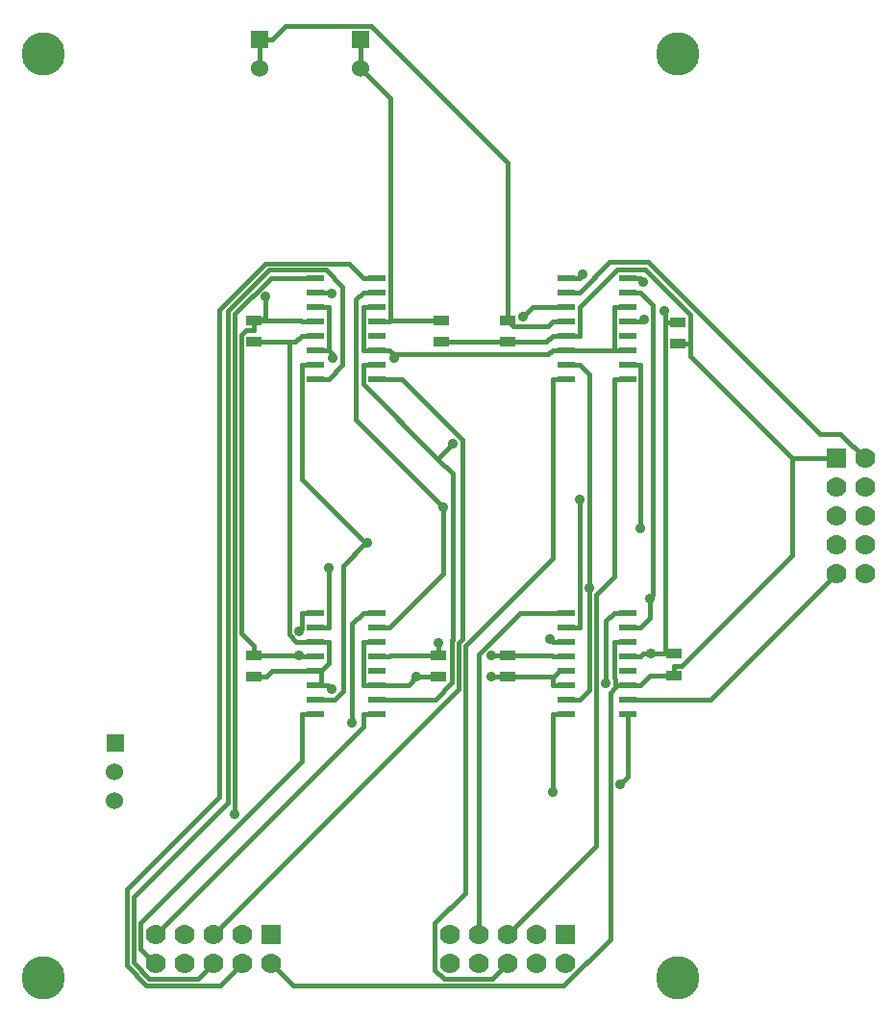
<source format=gtl>
G04 (created by PCBNEW (2013-jul-07)-stable) date Tue 15 Jan 2019 06:57:42 PM PST*
%MOIN*%
G04 Gerber Fmt 3.4, Leading zero omitted, Abs format*
%FSLAX34Y34*%
G01*
G70*
G90*
G04 APERTURE LIST*
%ADD10C,0.00590551*%
%ADD11R,0.055X0.035*%
%ADD12R,0.06X0.06*%
%ADD13C,0.06*%
%ADD14R,0.07X0.07*%
%ADD15C,0.07*%
%ADD16R,0.0610236X0.023622*%
%ADD17C,0.15*%
%ADD18C,0.035*%
%ADD19C,0.015*%
G04 APERTURE END LIST*
G54D10*
G54D11*
X53379Y-52275D03*
X53379Y-53025D03*
X47600Y-53075D03*
X47600Y-52325D03*
X53509Y-40784D03*
X53509Y-41534D03*
X47600Y-41475D03*
X47600Y-40725D03*
X45200Y-52325D03*
X45200Y-53075D03*
X38800Y-53075D03*
X38800Y-52325D03*
X45300Y-40725D03*
X45300Y-41475D03*
X38800Y-41475D03*
X38800Y-40725D03*
G54D12*
X34010Y-55350D03*
G54D13*
X33980Y-56350D03*
X33980Y-57350D03*
G54D12*
X39000Y-31000D03*
G54D13*
X39000Y-32000D03*
G54D12*
X42500Y-31000D03*
G54D13*
X42500Y-32000D03*
G54D14*
X39400Y-62000D03*
G54D15*
X39400Y-63000D03*
X38400Y-62000D03*
X38400Y-63000D03*
X37400Y-62000D03*
X37400Y-63000D03*
X36400Y-62000D03*
X36400Y-63000D03*
X35400Y-62000D03*
X35400Y-63000D03*
G54D14*
X49600Y-62000D03*
G54D15*
X49600Y-63000D03*
X48600Y-62000D03*
X48600Y-63000D03*
X47600Y-62000D03*
X47600Y-63000D03*
X46600Y-62000D03*
X46600Y-63000D03*
X45600Y-62000D03*
X45600Y-63000D03*
G54D16*
X49637Y-50850D03*
X49637Y-51350D03*
X49637Y-51850D03*
X49637Y-52350D03*
X51762Y-52350D03*
X51762Y-51850D03*
X51762Y-51350D03*
X51762Y-50850D03*
X49637Y-52850D03*
X49637Y-53350D03*
X49637Y-53850D03*
X49637Y-54350D03*
X51762Y-53350D03*
X51762Y-53850D03*
X51762Y-54350D03*
X51762Y-52850D03*
X49637Y-39250D03*
X49637Y-39750D03*
X49637Y-40250D03*
X49637Y-40750D03*
X51762Y-40750D03*
X51762Y-40250D03*
X51762Y-39750D03*
X51762Y-39250D03*
X49637Y-41250D03*
X49637Y-41750D03*
X49637Y-42250D03*
X49637Y-42750D03*
X51762Y-41750D03*
X51762Y-42250D03*
X51762Y-42750D03*
X51762Y-41250D03*
X40937Y-50850D03*
X40937Y-51350D03*
X40937Y-51850D03*
X40937Y-52350D03*
X43062Y-52350D03*
X43062Y-51850D03*
X43062Y-51350D03*
X43062Y-50850D03*
X40937Y-52850D03*
X40937Y-53350D03*
X40937Y-53850D03*
X40937Y-54350D03*
X43062Y-53350D03*
X43062Y-53850D03*
X43062Y-54350D03*
X43062Y-52850D03*
X40937Y-39250D03*
X40937Y-39750D03*
X40937Y-40250D03*
X40937Y-40750D03*
X43062Y-40750D03*
X43062Y-40250D03*
X43062Y-39750D03*
X43062Y-39250D03*
X40937Y-41250D03*
X40937Y-41750D03*
X40937Y-42250D03*
X40937Y-42750D03*
X43062Y-41750D03*
X43062Y-42250D03*
X43062Y-42750D03*
X43062Y-41250D03*
G54D17*
X31500Y-31500D03*
X53500Y-31500D03*
X53500Y-63500D03*
X31500Y-63500D03*
G54D14*
X59000Y-45500D03*
G54D15*
X60000Y-45500D03*
X59000Y-46500D03*
X60000Y-46500D03*
X59000Y-47500D03*
X60000Y-47500D03*
X59000Y-48500D03*
X60000Y-48500D03*
X59000Y-49500D03*
X60000Y-49500D03*
G54D18*
X52574Y-52275D03*
X45200Y-51891D03*
X52329Y-40703D03*
X53055Y-40407D03*
X39223Y-39903D03*
X40360Y-52328D03*
X47050Y-52328D03*
X48139Y-40600D03*
X49176Y-57055D03*
X51023Y-53296D03*
X51499Y-56801D03*
X38139Y-57843D03*
X40376Y-51481D03*
X42222Y-54675D03*
X50211Y-39115D03*
X52325Y-39395D03*
X44453Y-53058D03*
X41500Y-53489D03*
X47055Y-53058D03*
X49073Y-51746D03*
X50097Y-46919D03*
X41550Y-42039D03*
X43680Y-42039D03*
X41510Y-39807D03*
X41397Y-49306D03*
X45371Y-47186D03*
X45711Y-44992D03*
X42742Y-48442D03*
X52536Y-50359D03*
X52223Y-47937D03*
X50427Y-50008D03*
G54D19*
X45300Y-40725D02*
X44869Y-40725D01*
X43528Y-40725D02*
X44869Y-40725D01*
X43523Y-40730D02*
X43528Y-40725D01*
X43523Y-40750D02*
X43523Y-40730D01*
X43062Y-40750D02*
X43523Y-40750D01*
X45200Y-52325D02*
X44769Y-52325D01*
X43062Y-52350D02*
X43523Y-52350D01*
X43528Y-33028D02*
X42500Y-32000D01*
X43528Y-40725D02*
X43528Y-33028D01*
X42500Y-31000D02*
X42500Y-32000D01*
X51762Y-52350D02*
X52223Y-52350D01*
X43548Y-52325D02*
X43523Y-52350D01*
X44769Y-52325D02*
X43548Y-52325D01*
X53072Y-52275D02*
X52574Y-52275D01*
X52298Y-52275D02*
X52574Y-52275D01*
X52223Y-52350D02*
X52298Y-52275D01*
X45200Y-52325D02*
X45200Y-51891D01*
X53509Y-40784D02*
X53079Y-40784D01*
X53379Y-52275D02*
X53226Y-52275D01*
X53226Y-52275D02*
X53072Y-52275D01*
X51762Y-40750D02*
X52223Y-40750D01*
X52282Y-40750D02*
X52329Y-40703D01*
X52223Y-40750D02*
X52282Y-40750D01*
X53079Y-52128D02*
X53079Y-40784D01*
X53226Y-52275D02*
X53079Y-52128D01*
X53079Y-40431D02*
X53079Y-40784D01*
X53055Y-40407D02*
X53079Y-40431D01*
X40706Y-40750D02*
X40476Y-40750D01*
X40706Y-40750D02*
X40937Y-40750D01*
X40451Y-40725D02*
X39230Y-40725D01*
X40476Y-40750D02*
X40451Y-40725D01*
X38800Y-52325D02*
X39230Y-52325D01*
X38957Y-40725D02*
X39093Y-40725D01*
X39093Y-40725D02*
X39230Y-40725D01*
X39223Y-40595D02*
X39223Y-39903D01*
X39093Y-40725D02*
X39223Y-40595D01*
X39000Y-31000D02*
X39000Y-32000D01*
X39000Y-31000D02*
X39455Y-31000D01*
X40937Y-52350D02*
X40476Y-52350D01*
X49151Y-52325D02*
X49176Y-52350D01*
X47600Y-52325D02*
X49151Y-52325D01*
X49637Y-52350D02*
X49176Y-52350D01*
X47600Y-35278D02*
X47600Y-40725D01*
X42866Y-30544D02*
X47600Y-35278D01*
X39910Y-30544D02*
X42866Y-30544D01*
X39455Y-31000D02*
X39910Y-30544D01*
X49637Y-40750D02*
X49176Y-40750D01*
X48996Y-40930D02*
X49176Y-40750D01*
X47805Y-40930D02*
X48996Y-40930D01*
X47600Y-40725D02*
X47805Y-40930D01*
X40455Y-52328D02*
X40360Y-52328D01*
X40476Y-52350D02*
X40455Y-52328D01*
X39233Y-52328D02*
X39230Y-52325D01*
X40360Y-52328D02*
X39233Y-52328D01*
X47600Y-52325D02*
X47169Y-52325D01*
X47166Y-52328D02*
X47050Y-52328D01*
X47169Y-52325D02*
X47166Y-52328D01*
X38957Y-40725D02*
X38800Y-40725D01*
X38369Y-51564D02*
X38800Y-51994D01*
X38369Y-41232D02*
X38369Y-51564D01*
X38547Y-41055D02*
X38369Y-41232D01*
X38800Y-41055D02*
X38547Y-41055D01*
X38800Y-40725D02*
X38800Y-41055D01*
X38800Y-52325D02*
X38800Y-51994D01*
X48489Y-40250D02*
X48139Y-40600D01*
X49637Y-40250D02*
X48489Y-40250D01*
X59155Y-44655D02*
X60000Y-45500D01*
X58432Y-44655D02*
X59155Y-44655D01*
X52483Y-38707D02*
X58432Y-44655D01*
X51139Y-38707D02*
X52483Y-38707D01*
X50097Y-39750D02*
X51139Y-38707D01*
X49637Y-39750D02*
X50097Y-39750D01*
X49637Y-54350D02*
X49176Y-54350D01*
X49176Y-54350D02*
X49176Y-57055D01*
X51023Y-51129D02*
X51023Y-53296D01*
X51302Y-50850D02*
X51023Y-51129D01*
X51762Y-50850D02*
X51302Y-50850D01*
X46600Y-52308D02*
X46600Y-62000D01*
X48058Y-50850D02*
X46600Y-52308D01*
X49637Y-50850D02*
X48058Y-50850D01*
X51762Y-56538D02*
X51499Y-56801D01*
X51762Y-54350D02*
X51762Y-56538D01*
X49637Y-42750D02*
X49176Y-42750D01*
X47065Y-63534D02*
X47600Y-63000D01*
X45399Y-63534D02*
X47065Y-63534D01*
X45092Y-63227D02*
X45399Y-63534D01*
X45092Y-61596D02*
X45092Y-63227D01*
X46139Y-60549D02*
X45092Y-61596D01*
X46139Y-52000D02*
X46139Y-60549D01*
X49176Y-48963D02*
X46139Y-52000D01*
X49176Y-42750D02*
X49176Y-48963D01*
X50677Y-58922D02*
X47600Y-62000D01*
X50677Y-50226D02*
X50677Y-58922D01*
X51302Y-49601D02*
X50677Y-50226D01*
X51302Y-42750D02*
X51302Y-49601D01*
X51762Y-42750D02*
X51302Y-42750D01*
X39394Y-39250D02*
X40937Y-39250D01*
X38139Y-40505D02*
X39394Y-39250D01*
X38139Y-57843D02*
X38139Y-40505D01*
X37650Y-63749D02*
X38400Y-63000D01*
X35090Y-63749D02*
X37650Y-63749D01*
X34416Y-63075D02*
X35090Y-63749D01*
X34416Y-60430D02*
X34416Y-63075D01*
X37619Y-57227D02*
X34416Y-60430D01*
X37619Y-40352D02*
X37619Y-57227D01*
X39224Y-38746D02*
X37619Y-40352D01*
X42099Y-38746D02*
X39224Y-38746D01*
X42602Y-39250D02*
X42099Y-38746D01*
X43062Y-39250D02*
X42602Y-39250D01*
X43062Y-42750D02*
X43523Y-42750D01*
X45909Y-53490D02*
X37400Y-62000D01*
X45909Y-51905D02*
X45909Y-53490D01*
X46041Y-51773D02*
X45909Y-51905D01*
X46041Y-44855D02*
X46041Y-51773D01*
X43936Y-42750D02*
X46041Y-44855D01*
X43523Y-42750D02*
X43936Y-42750D01*
X40937Y-42750D02*
X41397Y-42750D01*
X41887Y-42259D02*
X41397Y-42750D01*
X41887Y-39557D02*
X41887Y-42259D01*
X41306Y-38976D02*
X41887Y-39557D01*
X39342Y-38976D02*
X41306Y-38976D01*
X37909Y-40409D02*
X39342Y-38976D01*
X37909Y-57425D02*
X37909Y-40409D01*
X34651Y-60683D02*
X37909Y-57425D01*
X34651Y-62974D02*
X34651Y-60683D01*
X35190Y-63513D02*
X34651Y-62974D01*
X36886Y-63513D02*
X35190Y-63513D01*
X37400Y-63000D02*
X36886Y-63513D01*
X40476Y-51381D02*
X40376Y-51481D01*
X40476Y-50850D02*
X40476Y-51381D01*
X40937Y-50850D02*
X40476Y-50850D01*
X43062Y-50850D02*
X42602Y-50850D01*
X42222Y-51230D02*
X42222Y-54675D01*
X42602Y-50850D02*
X42222Y-51230D01*
X49637Y-39250D02*
X50097Y-39250D01*
X50097Y-39229D02*
X50211Y-39115D01*
X50097Y-39250D02*
X50097Y-39229D01*
X43062Y-54350D02*
X42602Y-54350D01*
X42602Y-54797D02*
X42602Y-54350D01*
X35400Y-62000D02*
X42602Y-54797D01*
X34888Y-62488D02*
X35400Y-63000D01*
X34888Y-61587D02*
X34888Y-62488D01*
X40476Y-55999D02*
X34888Y-61587D01*
X40476Y-54350D02*
X40476Y-55999D01*
X40937Y-54350D02*
X40476Y-54350D01*
X52223Y-39293D02*
X52325Y-39395D01*
X52223Y-39250D02*
X52223Y-39293D01*
X51762Y-39250D02*
X52223Y-39250D01*
X45200Y-53075D02*
X44769Y-53075D01*
X51762Y-51850D02*
X51302Y-51850D01*
X38800Y-41475D02*
X39230Y-41475D01*
X40937Y-41250D02*
X40476Y-41250D01*
X44469Y-53075D02*
X44453Y-53058D01*
X44769Y-53075D02*
X44469Y-53075D01*
X51762Y-53350D02*
X52223Y-53350D01*
X51762Y-53350D02*
X51360Y-53350D01*
X51360Y-53350D02*
X51353Y-53350D01*
X51302Y-53109D02*
X51302Y-51850D01*
X51353Y-53160D02*
X51302Y-53109D01*
X51353Y-53350D02*
X51353Y-53160D01*
X52548Y-53025D02*
X53379Y-53025D01*
X52223Y-53350D02*
X52548Y-53025D01*
X53379Y-53025D02*
X53379Y-52694D01*
X57471Y-45500D02*
X59000Y-45500D01*
X53632Y-52694D02*
X53379Y-52694D01*
X57471Y-48856D02*
X53632Y-52694D01*
X57471Y-45500D02*
X57471Y-48856D01*
X40164Y-63764D02*
X39400Y-63000D01*
X49557Y-63764D02*
X40164Y-63764D01*
X51169Y-62152D02*
X49557Y-63764D01*
X51169Y-53617D02*
X51169Y-62152D01*
X51353Y-53433D02*
X51169Y-53617D01*
X51353Y-53350D02*
X51353Y-53433D01*
X39455Y-52850D02*
X39230Y-53075D01*
X40937Y-52850D02*
X39455Y-52850D01*
X38800Y-53075D02*
X39230Y-53075D01*
X40251Y-41475D02*
X40032Y-41475D01*
X40476Y-41250D02*
X40251Y-41475D01*
X40032Y-41475D02*
X39230Y-41475D01*
X48951Y-41475D02*
X47600Y-41475D01*
X49176Y-41250D02*
X48951Y-41475D01*
X47600Y-41475D02*
X45300Y-41475D01*
X49637Y-52850D02*
X49406Y-52850D01*
X49637Y-53350D02*
X49176Y-53350D01*
X49171Y-53075D02*
X49176Y-53080D01*
X47600Y-53075D02*
X49171Y-53075D01*
X49406Y-52850D02*
X49176Y-53080D01*
X49176Y-53080D02*
X49176Y-53350D01*
X41361Y-53350D02*
X41500Y-53489D01*
X41339Y-53350D02*
X41361Y-53350D01*
X47600Y-53075D02*
X47169Y-53075D01*
X47153Y-53058D02*
X47055Y-53058D01*
X47169Y-53075D02*
X47153Y-53058D01*
X41138Y-53350D02*
X41138Y-52850D01*
X40937Y-52850D02*
X41138Y-52850D01*
X40937Y-53350D02*
X41138Y-53350D01*
X41138Y-53350D02*
X41339Y-53350D01*
X44162Y-53350D02*
X43062Y-53350D01*
X44453Y-53058D02*
X44162Y-53350D01*
X42602Y-53350D02*
X42602Y-51850D01*
X43062Y-53350D02*
X42602Y-53350D01*
X43062Y-51850D02*
X42602Y-51850D01*
X40274Y-51850D02*
X40937Y-51850D01*
X40032Y-51607D02*
X40274Y-51850D01*
X40032Y-41475D02*
X40032Y-51607D01*
X41397Y-52591D02*
X41138Y-52850D01*
X41397Y-51850D02*
X41397Y-52591D01*
X40937Y-51850D02*
X41397Y-51850D01*
X53509Y-41534D02*
X53939Y-41534D01*
X49406Y-41250D02*
X49176Y-41250D01*
X49406Y-41250D02*
X49637Y-41250D01*
X53939Y-40515D02*
X53939Y-41534D01*
X52381Y-38956D02*
X53939Y-40515D01*
X51412Y-38956D02*
X52381Y-38956D01*
X50097Y-40272D02*
X51412Y-38956D01*
X50097Y-41250D02*
X50097Y-40272D01*
X49637Y-41250D02*
X50097Y-41250D01*
X53939Y-41968D02*
X57471Y-45500D01*
X53939Y-41534D02*
X53939Y-41968D01*
X49637Y-51850D02*
X49176Y-51850D01*
X49176Y-51850D02*
X49073Y-51746D01*
X49637Y-51350D02*
X50097Y-51350D01*
X50097Y-51350D02*
X50097Y-46919D01*
X51302Y-41750D02*
X51302Y-40250D01*
X51762Y-41750D02*
X51302Y-41750D01*
X51762Y-40250D02*
X51302Y-40250D01*
X40937Y-41750D02*
X41397Y-41750D01*
X40937Y-40250D02*
X41397Y-40250D01*
X41397Y-41750D02*
X41397Y-40250D01*
X41550Y-41902D02*
X41550Y-42039D01*
X41397Y-41750D02*
X41550Y-41902D01*
X43293Y-41750D02*
X43523Y-41750D01*
X43293Y-41750D02*
X43062Y-41750D01*
X42602Y-41750D02*
X42602Y-40250D01*
X43062Y-41750D02*
X42602Y-41750D01*
X43062Y-40250D02*
X42602Y-40250D01*
X49637Y-41750D02*
X51302Y-41750D01*
X49637Y-41750D02*
X49176Y-41750D01*
X49019Y-41906D02*
X49176Y-41750D01*
X43680Y-41906D02*
X49019Y-41906D01*
X43523Y-41750D02*
X43680Y-41906D01*
X43680Y-41906D02*
X43680Y-42039D01*
X41454Y-39807D02*
X41510Y-39807D01*
X41397Y-39750D02*
X41454Y-39807D01*
X40937Y-39750D02*
X41397Y-39750D01*
X40937Y-51350D02*
X41397Y-51350D01*
X41397Y-51350D02*
X41397Y-49306D01*
X43062Y-39750D02*
X42602Y-39750D01*
X43062Y-51350D02*
X43523Y-51350D01*
X45371Y-49501D02*
X45371Y-47186D01*
X43523Y-51350D02*
X45371Y-49501D01*
X42355Y-44170D02*
X45371Y-47186D01*
X42355Y-39997D02*
X42355Y-44170D01*
X42602Y-39750D02*
X42355Y-39997D01*
X43062Y-42250D02*
X42602Y-42250D01*
X43062Y-53850D02*
X43523Y-53850D01*
X45182Y-45520D02*
X45711Y-44992D01*
X42602Y-42940D02*
X42602Y-42250D01*
X45182Y-45520D02*
X42602Y-42940D01*
X45107Y-53850D02*
X43523Y-53850D01*
X45679Y-53278D02*
X45107Y-53850D01*
X45679Y-51810D02*
X45679Y-53278D01*
X45701Y-51788D02*
X45679Y-51810D01*
X45701Y-46039D02*
X45701Y-51788D01*
X45182Y-45520D02*
X45701Y-46039D01*
X40937Y-42250D02*
X40476Y-42250D01*
X40476Y-46228D02*
X42690Y-48442D01*
X40476Y-42250D02*
X40476Y-46228D01*
X40937Y-53850D02*
X41397Y-53850D01*
X42690Y-48442D02*
X42742Y-48442D01*
X41907Y-49224D02*
X42690Y-48442D01*
X41907Y-53557D02*
X41907Y-49224D01*
X41615Y-53850D02*
X41907Y-53557D01*
X41397Y-53850D02*
X41615Y-53850D01*
X51762Y-51350D02*
X52223Y-51350D01*
X52536Y-51036D02*
X52223Y-51350D01*
X52536Y-50359D02*
X52536Y-51036D01*
X51762Y-39750D02*
X52223Y-39750D01*
X52659Y-50236D02*
X52536Y-50359D01*
X52659Y-40186D02*
X52659Y-50236D01*
X52223Y-39750D02*
X52659Y-40186D01*
X54650Y-53850D02*
X51762Y-53850D01*
X59000Y-49500D02*
X54650Y-53850D01*
X51762Y-42250D02*
X52223Y-42250D01*
X52223Y-42250D02*
X52223Y-47937D01*
X49637Y-53850D02*
X50097Y-53850D01*
X49637Y-42250D02*
X50097Y-42250D01*
X50427Y-42580D02*
X50427Y-50008D01*
X50097Y-42250D02*
X50427Y-42580D01*
X50427Y-53519D02*
X50097Y-53850D01*
X50427Y-50008D02*
X50427Y-53519D01*
M02*

</source>
